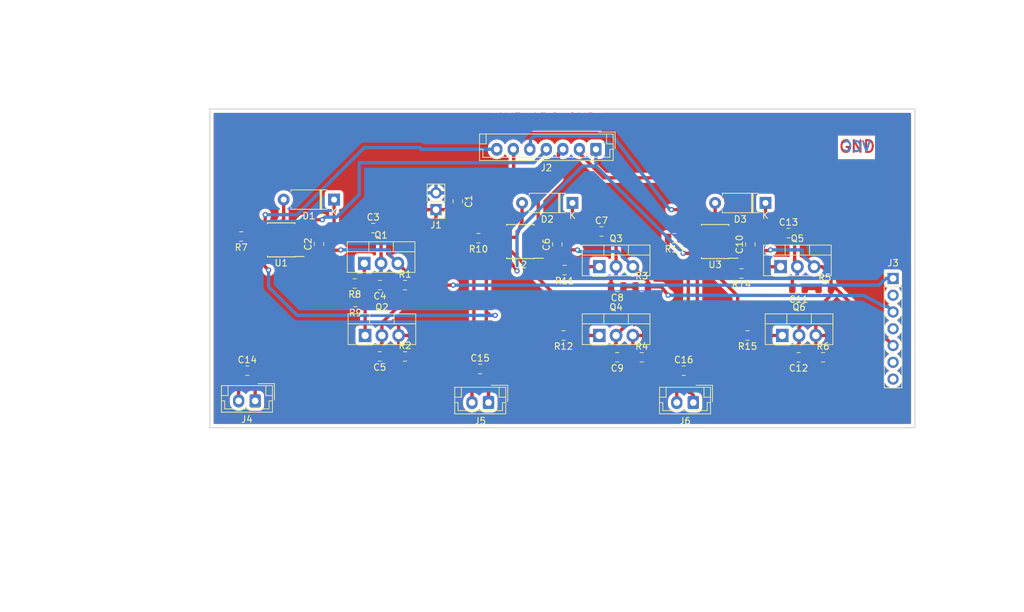
<source format=kicad_pcb>
(kicad_pcb (version 20171130) (host pcbnew "(5.0.1)-4")
  (layers (0 F.Cu signal) (31 B.Cu signal) (34 B.Paste user) (35 F.Paste user) (36 B.SilkS user) (37 F.SilkS user) (38 B.Mask user) (39 F.Mask user) (44 Edge.Cuts user))
  (net 0 "")
  (net 1 Vcc)
  (net 2 GND)
  (net 3 "Net-(C2-Pad2)")
  (net 4 "Net-(C2-Pad1)")
  (net 5 "Net-(C4-Pad1)")
  (net 6 "Net-(C5-Pad1)")
  (net 7 "Net-(C6-Pad1)")
  (net 8 "Net-(C6-Pad2)")
  (net 9 "Net-(C8-Pad1)")
  (net 10 "Net-(C9-Pad1)")
  (net 11 "Net-(C10-Pad1)")
  (net 12 "Net-(C10-Pad2)")
  (net 13 "Net-(C11-Pad1)")
  (net 14 "Net-(C12-Pad1)")
  (net 15 CH)
  (net 16 BH)
  (net 17 AH)
  (net 18 CL)
  (net 19 BL)
  (net 20 AL)
  (net 21 "Net-(Q1-Pad1)")
  (net 22 "Net-(Q2-Pad1)")
  (net 23 "Net-(Q3-Pad1)")
  (net 24 "Net-(Q4-Pad1)")
  (net 25 "Net-(Q5-Pad1)")
  (net 26 "Net-(Q6-Pad1)")
  (net 27 "Net-(D1-Pad2)")
  (net 28 "Net-(D2-Pad2)")
  (net 29 "Net-(D3-Pad2)")
  (net 30 VSS1)
  (net 31 VDD1)
  (net 32 VDD2)
  (net 33 VDD3)
  (net 34 "Net-(R8-Pad2)")
  (net 35 "Net-(R9-Pad2)")
  (net 36 "Net-(R11-Pad2)")
  (net 37 "Net-(R12-Pad2)")
  (net 38 "Net-(R14-Pad2)")
  (net 39 "Net-(R15-Pad2)")
  (module Capacitor_SMD:C_0805_2012Metric (layer F.Cu) (at 131.502759 63.499789 270)
    (fp_text reference C1 (at 0 -1.65 270) (layer F.SilkS))
    (fp_text value C)
    (pad 2 smd roundrect (at 0.9375 0 270) (size 0.975 1.4) (layers F.Cu F.Paste F.Mask) (net 2 GND))
    (pad 1 smd roundrect (at -0.9375 0 270) (size 0.975 1.4) (layers F.Cu F.Paste F.Mask) (net 1 Vcc))
  )
  (module Capacitor_SMD:C_0805_2012Metric (layer F.Cu) (at 110.496314 69.981931 90)
    (fp_text reference C2 (at 0 -1.65 90) (layer F.SilkS))
    (fp_text value C)
    (pad 2 smd roundrect (at 0.9375 0 90) (size 0.975 1.4) (layers F.Cu F.Paste F.Mask) (net 3 "Net-(C2-Pad2)"))
    (pad 1 smd roundrect (at -0.9375 0 90) (size 0.975 1.4) (layers F.Cu F.Paste F.Mask) (net 4 "Net-(C2-Pad1)"))
  )
  (module Capacitor_SMD:C_0805_2012Metric (layer F.Cu) (at 118.6965 67.564)
    (fp_text reference C3 (at 0 -1.65) (layer F.SilkS))
    (fp_text value C)
    (pad 2 smd roundrect (at 0.9375 0) (size 0.975 1.4) (layers F.Cu F.Paste F.Mask) (net 1 Vcc))
    (pad 1 smd roundrect (at -0.9375 0) (size 0.975 1.4) (layers F.Cu F.Paste F.Mask) (net 2 GND))
  )
  (module Capacitor_SMD:C_0805_2012Metric (layer F.Cu) (at 119.7125 76.2 180)
    (fp_text reference C4 (at 0 -1.65 180) (layer F.SilkS))
    (fp_text value C)
    (pad 2 smd roundrect (at 0.9375 0 180) (size 0.975 1.4) (layers F.Cu F.Paste F.Mask) (net 1 Vcc))
    (pad 1 smd roundrect (at -0.9375 0 180) (size 0.975 1.4) (layers F.Cu F.Paste F.Mask) (net 5 "Net-(C4-Pad1)"))
  )
  (module Capacitor_SMD:C_0805_2012Metric (layer F.Cu) (at 119.6825 86.995 180)
    (fp_text reference C5 (at 0 -1.65 180) (layer F.SilkS))
    (fp_text value C)
    (pad 2 smd roundrect (at 0.9375 0 180) (size 0.975 1.4) (layers F.Cu F.Paste F.Mask) (net 4 "Net-(C2-Pad1)"))
    (pad 1 smd roundrect (at -0.9375 0 180) (size 0.975 1.4) (layers F.Cu F.Paste F.Mask) (net 6 "Net-(C5-Pad1)"))
  )
  (module Capacitor_SMD:C_0805_2012Metric (layer F.Cu) (at 146.558 70.0255 90)
    (fp_text reference C6 (at 0 -1.65 90) (layer F.SilkS))
    (fp_text value C)
    (pad 1 smd roundrect (at -0.9375 0 90) (size 0.975 1.4) (layers F.Cu F.Paste F.Mask) (net 7 "Net-(C6-Pad1)"))
    (pad 2 smd roundrect (at 0.9375 0 90) (size 0.975 1.4) (layers F.Cu F.Paste F.Mask) (net 8 "Net-(C6-Pad2)"))
  )
  (module Capacitor_SMD:C_0805_2012Metric (layer F.Cu) (at 153.2405 68.072)
    (fp_text reference C7 (at 0 -1.65) (layer F.SilkS))
    (fp_text value C)
    (pad 2 smd roundrect (at 0.9375 0) (size 0.975 1.4) (layers F.Cu F.Paste F.Mask) (net 1 Vcc))
    (pad 1 smd roundrect (at -0.9375 0) (size 0.975 1.4) (layers F.Cu F.Paste F.Mask) (net 2 GND))
  )
  (module Capacitor_SMD:C_0805_2012Metric (layer F.Cu) (at 155.6235 76.454 180)
    (fp_text reference C8 (at 0 -1.65 180) (layer F.SilkS))
    (fp_text value C)
    (pad 1 smd roundrect (at -0.9375 0 180) (size 0.975 1.4) (layers F.Cu F.Paste F.Mask) (net 9 "Net-(C8-Pad1)"))
    (pad 2 smd roundrect (at 0.9375 0 180) (size 0.975 1.4) (layers F.Cu F.Paste F.Mask) (net 1 Vcc))
  )
  (module Capacitor_SMD:C_0805_2012Metric (layer F.Cu) (at 155.6235 87.122 180)
    (fp_text reference C9 (at 0 -1.65 180) (layer F.SilkS))
    (fp_text value C)
    (pad 1 smd roundrect (at -0.9375 0 180) (size 0.975 1.4) (layers F.Cu F.Paste F.Mask) (net 10 "Net-(C9-Pad1)"))
    (pad 2 smd roundrect (at 0.9375 0 180) (size 0.975 1.4) (layers F.Cu F.Paste F.Mask) (net 7 "Net-(C6-Pad1)"))
  )
  (module Capacitor_SMD:C_0805_2012Metric (layer F.Cu) (at 175.768 70.0255 90)
    (fp_text reference C10 (at 0 -1.65 90) (layer F.SilkS))
    (fp_text value C)
    (pad 1 smd roundrect (at -0.9375 0 90) (size 0.975 1.4) (layers F.Cu F.Paste F.Mask) (net 11 "Net-(C10-Pad1)"))
    (pad 2 smd roundrect (at 0.9375 0 90) (size 0.975 1.4) (layers F.Cu F.Paste F.Mask) (net 12 "Net-(C10-Pad2)"))
  )
  (module Capacitor_SMD:C_0805_2012Metric (layer F.Cu) (at 183.0555 76.708 180)
    (fp_text reference C11 (at 0 -1.65 180) (layer F.SilkS))
    (fp_text value C)
    (pad 1 smd roundrect (at -0.9375 0 180) (size 0.975 1.4) (layers F.Cu F.Paste F.Mask) (net 13 "Net-(C11-Pad1)"))
    (pad 2 smd roundrect (at 0.9375 0 180) (size 0.975 1.4) (layers F.Cu F.Paste F.Mask) (net 1 Vcc))
  )
  (module Capacitor_SMD:C_0805_2012Metric (layer F.Cu) (at 183.0555 87.122 180)
    (fp_text reference C12 (at 0 -1.65 180) (layer F.SilkS))
    (fp_text value C)
    (pad 1 smd roundrect (at -0.9375 0 180) (size 0.975 1.4) (layers F.Cu F.Paste F.Mask) (net 14 "Net-(C12-Pad1)"))
    (pad 2 smd roundrect (at 0.9375 0 180) (size 0.975 1.4) (layers F.Cu F.Paste F.Mask) (net 11 "Net-(C10-Pad1)"))
  )
  (module Capacitor_SMD:C_0805_2012Metric (layer F.Cu) (at 181.5315 68.326)
    (fp_text reference C13 (at 0 -1.65) (layer F.SilkS))
    (fp_text value C)
    (pad 1 smd roundrect (at -0.9375 0) (size 0.975 1.4) (layers F.Cu F.Paste F.Mask) (net 2 GND))
    (pad 2 smd roundrect (at 0.9375 0) (size 0.975 1.4) (layers F.Cu F.Paste F.Mask) (net 1 Vcc))
  )
  (module Diode_THT:D_A-405_P7.62mm_Horizontal (layer F.Cu) (at 112.776 63.246 180)
    (fp_text reference D1 (at 3.81 -2.47 180) (layer F.SilkS))
    (fp_text value D_Schottky)
    (fp_text user K (at 0 -1.9 180) (layer F.SilkS))
    (pad 1 thru_hole rect (at 0 0 180) (size 1.8 1.8) (drill 0.9) (layers *.Cu *.Mask) (net 3 "Net-(C2-Pad2)"))
    (pad 2 thru_hole oval (at 7.62 0 180) (size 1.8 1.8) (drill 0.9) (layers *.Cu *.Mask) (net 27 "Net-(D1-Pad2)"))
  )
  (module Diode_THT:D_A-405_P7.62mm_Horizontal (layer F.Cu) (at 148.844 63.754 180)
    (fp_text reference D2 (at 3.81 -2.47 180) (layer F.SilkS))
    (fp_text value D_Schottky)
    (fp_text user K (at 0 -1.9 180) (layer F.SilkS))
    (pad 1 thru_hole rect (at 0 0 180) (size 1.8 1.8) (drill 0.9) (layers *.Cu *.Mask) (net 8 "Net-(C6-Pad2)"))
    (pad 2 thru_hole oval (at 7.62 0 180) (size 1.8 1.8) (drill 0.9) (layers *.Cu *.Mask) (net 28 "Net-(D2-Pad2)"))
  )
  (module Diode_THT:D_A-405_P7.62mm_Horizontal (layer F.Cu) (at 178.054 63.754 180)
    (fp_text reference D3 (at 3.81 -2.47 180) (layer F.SilkS))
    (fp_text value D_Schottky)
    (fp_text user K (at 0 -1.9 180) (layer F.SilkS))
    (pad 2 thru_hole oval (at 7.62 0 180) (size 1.8 1.8) (drill 0.9) (layers *.Cu *.Mask) (net 29 "Net-(D3-Pad2)"))
    (pad 1 thru_hole rect (at 0 0 180) (size 1.8 1.8) (drill 0.9) (layers *.Cu *.Mask) (net 12 "Net-(C10-Pad2)"))
  )
  (module Connector_PinHeader_2.54mm:PinHeader_1x02_P2.54mm_Vertical (layer F.Cu) (at 128.200759 64.769789 180)
    (fp_text reference J1 (at 0 -2.33 180) (layer F.SilkS))
    (fp_text value Conn_01x02)
    (pad 1 thru_hole rect (at 0 0 180) (size 1.7 1.7) (drill 1) (layers *.Cu *.Mask) (net 2 GND))
    (pad 2 thru_hole oval (at 0 2.54 180) (size 1.7 1.7) (drill 1) (layers *.Cu *.Mask) (net 1 Vcc))
  )
  (module Package_TO_SOT_THT:TO-220-3_Vertical (layer F.Cu) (at 117.348 72.898)
    (fp_text reference Q1 (at 2.54 -4.27) (layer F.SilkS))
    (fp_text value IRF3205)
    (pad 1 thru_hole rect (at 0 0) (size 1.905 2) (drill 1.1) (layers *.Cu *.Mask) (net 21 "Net-(Q1-Pad1)"))
    (pad 2 thru_hole oval (at 2.54 0) (size 1.905 2) (drill 1.1) (layers *.Cu *.Mask) (net 1 Vcc))
    (pad 3 thru_hole oval (at 5.08 0) (size 1.905 2) (drill 1.1) (layers *.Cu *.Mask) (net 4 "Net-(C2-Pad1)"))
  )
  (module Package_TO_SOT_THT:TO-220-3_Vertical (layer F.Cu) (at 117.475 83.82)
    (fp_text reference Q2 (at 2.54 -4.27) (layer F.SilkS))
    (fp_text value IRF3205)
    (pad 1 thru_hole rect (at 0 0) (size 1.905 2) (drill 1.1) (layers *.Cu *.Mask) (net 22 "Net-(Q2-Pad1)"))
    (pad 2 thru_hole oval (at 2.54 0) (size 1.905 2) (drill 1.1) (layers *.Cu *.Mask) (net 4 "Net-(C2-Pad1)"))
    (pad 3 thru_hole oval (at 5.08 0) (size 1.905 2) (drill 1.1) (layers *.Cu *.Mask) (net 2 GND))
  )
  (module Package_TO_SOT_THT:TO-220-3_Vertical (layer F.Cu) (at 152.908 73.406)
    (fp_text reference Q3 (at 2.54 -4.27) (layer F.SilkS))
    (fp_text value IRF3205)
    (pad 3 thru_hole oval (at 5.08 0) (size 1.905 2) (drill 1.1) (layers *.Cu *.Mask) (net 7 "Net-(C6-Pad1)"))
    (pad 2 thru_hole oval (at 2.54 0) (size 1.905 2) (drill 1.1) (layers *.Cu *.Mask) (net 1 Vcc))
    (pad 1 thru_hole rect (at 0 0) (size 1.905 2) (drill 1.1) (layers *.Cu *.Mask) (net 23 "Net-(Q3-Pad1)"))
  )
  (module Package_TO_SOT_THT:TO-220-3_Vertical (layer F.Cu) (at 152.908 83.82)
    (fp_text reference Q4 (at 2.54 -4.27) (layer F.SilkS))
    (fp_text value IRF3205)
    (pad 1 thru_hole rect (at 0 0) (size 1.905 2) (drill 1.1) (layers *.Cu *.Mask) (net 24 "Net-(Q4-Pad1)"))
    (pad 2 thru_hole oval (at 2.54 0) (size 1.905 2) (drill 1.1) (layers *.Cu *.Mask) (net 7 "Net-(C6-Pad1)"))
    (pad 3 thru_hole oval (at 5.08 0) (size 1.905 2) (drill 1.1) (layers *.Cu *.Mask) (net 2 GND))
  )
  (module Package_TO_SOT_THT:TO-220-3_Vertical (layer F.Cu) (at 180.34 73.406)
    (fp_text reference Q5 (at 2.54 -4.27) (layer F.SilkS))
    (fp_text value IRF3205)
    (pad 3 thru_hole oval (at 5.08 0) (size 1.905 2) (drill 1.1) (layers *.Cu *.Mask) (net 11 "Net-(C10-Pad1)"))
    (pad 2 thru_hole oval (at 2.54 0) (size 1.905 2) (drill 1.1) (layers *.Cu *.Mask) (net 1 Vcc))
    (pad 1 thru_hole rect (at 0 0) (size 1.905 2) (drill 1.1) (layers *.Cu *.Mask) (net 25 "Net-(Q5-Pad1)"))
  )
  (module Package_TO_SOT_THT:TO-220-3_Vertical (layer F.Cu) (at 180.594 83.82)
    (fp_text reference Q6 (at 2.54 -4.27) (layer F.SilkS))
    (fp_text value IRF3205)
    (pad 3 thru_hole oval (at 5.08 0) (size 1.905 2) (drill 1.1) (layers *.Cu *.Mask) (net 2 GND))
    (pad 2 thru_hole oval (at 2.54 0) (size 1.905 2) (drill 1.1) (layers *.Cu *.Mask) (net 11 "Net-(C10-Pad1)"))
    (pad 1 thru_hole rect (at 0 0) (size 1.905 2) (drill 1.1) (layers *.Cu *.Mask) (net 26 "Net-(Q6-Pad1)"))
  )
  (module Resistor_SMD:R_0805_2012Metric (layer F.Cu) (at 123.5225 76.2)
    (fp_text reference R1 (at 0 -1.65) (layer F.SilkS))
    (fp_text value R)
    (pad 2 smd roundrect (at 0.9375 0) (size 0.975 1.4) (layers F.Cu F.Paste F.Mask) (net 4 "Net-(C2-Pad1)"))
    (pad 1 smd roundrect (at -0.9375 0) (size 0.975 1.4) (layers F.Cu F.Paste F.Mask) (net 5 "Net-(C4-Pad1)"))
  )
  (module Resistor_SMD:R_0805_2012Metric (layer F.Cu) (at 123.5225 86.995)
    (fp_text reference R2 (at 0 -1.65) (layer F.SilkS))
    (fp_text value R)
    (pad 1 smd roundrect (at -0.9375 0) (size 0.975 1.4) (layers F.Cu F.Paste F.Mask) (net 6 "Net-(C5-Pad1)"))
    (pad 2 smd roundrect (at 0.9375 0) (size 0.975 1.4) (layers F.Cu F.Paste F.Mask) (net 2 GND))
  )
  (module Resistor_SMD:R_0805_2012Metric (layer F.Cu) (at 159.3365 76.454)
    (fp_text reference R3 (at 0 -1.65) (layer F.SilkS))
    (fp_text value R)
    (pad 2 smd roundrect (at 0.9375 0) (size 0.975 1.4) (layers F.Cu F.Paste F.Mask) (net 7 "Net-(C6-Pad1)"))
    (pad 1 smd roundrect (at -0.9375 0) (size 0.975 1.4) (layers F.Cu F.Paste F.Mask) (net 9 "Net-(C8-Pad1)"))
  )
  (module Resistor_SMD:R_0805_2012Metric (layer F.Cu) (at 159.3365 87.122)
    (fp_text reference R4 (at 0 -1.65) (layer F.SilkS))
    (fp_text value R)
    (pad 2 smd roundrect (at 0.9375 0) (size 0.975 1.4) (layers F.Cu F.Paste F.Mask) (net 2 GND))
    (pad 1 smd roundrect (at -0.9375 0) (size 0.975 1.4) (layers F.Cu F.Paste F.Mask) (net 10 "Net-(C9-Pad1)"))
  )
  (module Resistor_SMD:R_0805_2012Metric (layer F.Cu) (at 187.0225 76.708)
    (fp_text reference R5 (at 0 -1.65) (layer F.SilkS))
    (fp_text value R)
    (pad 1 smd roundrect (at -0.9375 0) (size 0.975 1.4) (layers F.Cu F.Paste F.Mask) (net 13 "Net-(C11-Pad1)"))
    (pad 2 smd roundrect (at 0.9375 0) (size 0.975 1.4) (layers F.Cu F.Paste F.Mask) (net 11 "Net-(C10-Pad1)"))
  )
  (module Resistor_SMD:R_0805_2012Metric (layer F.Cu) (at 186.7685 87.122)
    (fp_text reference R6 (at 0 -1.65) (layer F.SilkS))
    (fp_text value R)
    (pad 1 smd roundrect (at -0.9375 0) (size 0.975 1.4) (layers F.Cu F.Paste F.Mask) (net 14 "Net-(C12-Pad1)"))
    (pad 2 smd roundrect (at 0.9375 0) (size 0.975 1.4) (layers F.Cu F.Paste F.Mask) (net 2 GND))
  )
  (module Package_SO:SOIC-8_3.9x4.9mm_P1.27mm (layer F.Cu) (at 104.781314 69.346931 180)
    (fp_text reference U1 (at 0 -3.5 180) (layer F.SilkS))
    (fp_text value LM27222)
    (pad 1 smd rect (at -2.7 -1.905 180) (size 1.55 0.6) (layers F.Cu F.Paste F.Mask) (net 4 "Net-(C2-Pad1)"))
    (pad 2 smd rect (at -2.7 -0.635 180) (size 1.55 0.6) (layers F.Cu F.Paste F.Mask) (net 34 "Net-(R8-Pad2)"))
    (pad 3 smd rect (at -2.7 0.635 180) (size 1.55 0.6) (layers F.Cu F.Paste F.Mask) (net 3 "Net-(C2-Pad2)"))
    (pad 4 smd rect (at -2.7 1.905 180) (size 1.55 0.6) (layers F.Cu F.Paste F.Mask) (net 17 AH))
    (pad 5 smd rect (at 2.7 1.905 180) (size 1.55 0.6) (layers F.Cu F.Paste F.Mask) (net 20 AL))
    (pad 6 smd rect (at 2.7 0.635 180) (size 1.55 0.6) (layers F.Cu F.Paste F.Mask) (net 27 "Net-(D1-Pad2)"))
    (pad 7 smd rect (at 2.7 -0.635 180) (size 1.55 0.6) (layers F.Cu F.Paste F.Mask) (net 35 "Net-(R9-Pad2)"))
    (pad 8 smd rect (at 2.7 -1.905 180) (size 1.55 0.6) (layers F.Cu F.Paste F.Mask) (net 30 VSS1))
  )
  (module Package_SO:SOIC-8_3.9x4.9mm_P1.27mm (layer F.Cu) (at 140.97 69.596 180)
    (fp_text reference U2 (at 0 -3.5 180) (layer F.SilkS))
    (fp_text value LM27222)
    (pad 8 smd rect (at 2.7 -1.905 180) (size 1.55 0.6) (layers F.Cu F.Paste F.Mask) (net 30 VSS1))
    (pad 7 smd rect (at 2.7 -0.635 180) (size 1.55 0.6) (layers F.Cu F.Paste F.Mask) (net 37 "Net-(R12-Pad2)"))
    (pad 6 smd rect (at 2.7 0.635 180) (size 1.55 0.6) (layers F.Cu F.Paste F.Mask) (net 28 "Net-(D2-Pad2)"))
    (pad 5 smd rect (at 2.7 1.905 180) (size 1.55 0.6) (layers F.Cu F.Paste F.Mask) (net 19 BL))
    (pad 4 smd rect (at -2.7 1.905 180) (size 1.55 0.6) (layers F.Cu F.Paste F.Mask) (net 16 BH))
    (pad 3 smd rect (at -2.7 0.635 180) (size 1.55 0.6) (layers F.Cu F.Paste F.Mask) (net 8 "Net-(C6-Pad2)"))
    (pad 2 smd rect (at -2.7 -0.635 180) (size 1.55 0.6) (layers F.Cu F.Paste F.Mask) (net 36 "Net-(R11-Pad2)"))
    (pad 1 smd rect (at -2.7 -1.905 180) (size 1.55 0.6) (layers F.Cu F.Paste F.Mask) (net 7 "Net-(C6-Pad1)"))
  )
  (module Package_SO:SOIC-8_3.9x4.9mm_P1.27mm (layer F.Cu) (at 170.434 69.596 180)
    (fp_text reference U3 (at 0 -3.5 180) (layer F.SilkS))
    (fp_text value LM27222)
    (pad 1 smd rect (at -2.7 -1.905 180) (size 1.55 0.6) (layers F.Cu F.Paste F.Mask) (net 11 "Net-(C10-Pad1)"))
    (pad 2 smd rect (at -2.7 -0.635 180) (size 1.55 0.6) (layers F.Cu F.Paste F.Mask) (net 38 "Net-(R14-Pad2)"))
    (pad 3 smd rect (at -2.7 0.635 180) (size 1.55 0.6) (layers F.Cu F.Paste F.Mask) (net 12 "Net-(C10-Pad2)"))
    (pad 4 smd rect (at -2.7 1.905 180) (size 1.55 0.6) (layers F.Cu F.Paste F.Mask) (net 15 CH))
    (pad 5 smd rect (at 2.7 1.905 180) (size 1.55 0.6) (layers F.Cu F.Paste F.Mask) (net 18 CL))
    (pad 6 smd rect (at 2.7 0.635 180) (size 1.55 0.6) (layers F.Cu F.Paste F.Mask) (net 29 "Net-(D3-Pad2)"))
    (pad 7 smd rect (at 2.7 -0.635 180) (size 1.55 0.6) (layers F.Cu F.Paste F.Mask) (net 39 "Net-(R15-Pad2)"))
    (pad 8 smd rect (at 2.7 -1.905 180) (size 1.55 0.6) (layers F.Cu F.Paste F.Mask) (net 30 VSS1))
  )
  (module Connector_JST:JST_EH_B02B-EH-A_1x02_P2.50mm_Vertical (layer F.Cu) (at 100.838 93.726 180)
    (fp_text reference J4 (at 1.25 -2.8 180) (layer F.SilkS))
    (fp_text value Conn_01x02)
    (pad 1 thru_hole roundrect (at 0 0 180) (size 1.7 2) (drill 1) (layers *.Cu *.Mask) (roundrect_rratio 0.147059) (net 30 VSS1))
    (pad 2 thru_hole oval (at 2.5 0 180) (size 1.7 2) (drill 1) (layers *.Cu *.Mask) (net 31 VDD1))
  )
  (module Connector_JST:JST_EH_B02B-EH-A_1x02_P2.50mm_Vertical (layer F.Cu) (at 136.144 93.98 180)
    (fp_text reference J5 (at 1.25 -2.8 180) (layer F.SilkS))
    (fp_text value Conn_01x02)
    (pad 2 thru_hole oval (at 2.5 0 180) (size 1.7 2) (drill 1) (layers *.Cu *.Mask) (net 32 VDD2))
    (pad 1 thru_hole roundrect (at 0 0 180) (size 1.7 2) (drill 1) (layers *.Cu *.Mask) (roundrect_rratio 0.147059) (net 30 VSS1))
  )
  (module Connector_JST:JST_EH_B02B-EH-A_1x02_P2.50mm_Vertical (layer F.Cu) (at 167.132 93.98 180)
    (fp_text reference J6 (at 1.25 -2.8 180) (layer F.SilkS))
    (fp_text value Conn_01x02)
    (pad 1 thru_hole roundrect (at 0 0 180) (size 1.7 2) (drill 1) (layers *.Cu *.Mask) (roundrect_rratio 0.147059) (net 30 VSS1))
    (pad 2 thru_hole oval (at 2.5 0 180) (size 1.7 2) (drill 1) (layers *.Cu *.Mask) (net 33 VDD3))
  )
  (module Resistor_SMD:R_0805_2012Metric (layer F.Cu) (at 98.7275 68.834 180)
    (fp_text reference R7 (at 0 -1.65 180) (layer F.SilkS))
    (fp_text value R)
    (pad 1 smd roundrect (at -0.9375 0 180) (size 0.975 1.4) (layers F.Cu F.Paste F.Mask) (net 27 "Net-(D1-Pad2)"))
    (pad 2 smd roundrect (at 0.9375 0 180) (size 0.975 1.4) (layers F.Cu F.Paste F.Mask) (net 31 VDD1))
  )
  (module Resistor_SMD:R_0805_2012Metric (layer F.Cu) (at 115.9025 75.946 180)
    (fp_text reference R8 (at 0 -1.65 180) (layer F.SilkS))
    (fp_text value R)
    (pad 1 smd roundrect (at -0.9375 0 180) (size 0.975 1.4) (layers F.Cu F.Paste F.Mask) (net 21 "Net-(Q1-Pad1)"))
    (pad 2 smd roundrect (at 0.9375 0 180) (size 0.975 1.4) (layers F.Cu F.Paste F.Mask) (net 34 "Net-(R8-Pad2)"))
  )
  (module Resistor_SMD:R_0805_2012Metric (layer F.Cu) (at 115.9995 78.74 180)
    (fp_text reference R9 (at 0 -1.65 180) (layer F.SilkS))
    (fp_text value R)
    (pad 1 smd roundrect (at -0.9375 0 180) (size 0.975 1.4) (layers F.Cu F.Paste F.Mask) (net 22 "Net-(Q2-Pad1)"))
    (pad 2 smd roundrect (at 0.9375 0 180) (size 0.975 1.4) (layers F.Cu F.Paste F.Mask) (net 35 "Net-(R9-Pad2)"))
  )
  (module Resistor_SMD:R_0805_2012Metric (layer F.Cu) (at 134.62 69.088 180)
    (fp_text reference R10 (at 0 -1.65 180) (layer F.SilkS))
    (fp_text value R)
    (pad 2 smd roundrect (at 0.9375 0 180) (size 0.975 1.4) (layers F.Cu F.Paste F.Mask) (net 32 VDD2))
    (pad 1 smd roundrect (at -0.9375 0 180) (size 0.975 1.4) (layers F.Cu F.Paste F.Mask) (net 28 "Net-(D2-Pad2)"))
  )
  (module Resistor_SMD:R_0805_2012Metric (layer F.Cu) (at 147.6525 73.914 180)
    (fp_text reference R11 (at 0 -1.65 180) (layer F.SilkS))
    (fp_text value R)
    (pad 2 smd roundrect (at 0.9375 0 180) (size 0.975 1.4) (layers F.Cu F.Paste F.Mask) (net 36 "Net-(R11-Pad2)"))
    (pad 1 smd roundrect (at -0.9375 0 180) (size 0.975 1.4) (layers F.Cu F.Paste F.Mask) (net 23 "Net-(Q3-Pad1)"))
  )
  (module Resistor_SMD:R_0805_2012Metric (layer F.Cu) (at 147.4955 83.82 180)
    (fp_text reference R12 (at 0 -1.65 180) (layer F.SilkS))
    (fp_text value R)
    (pad 2 smd roundrect (at 0.9375 0 180) (size 0.975 1.4) (layers F.Cu F.Paste F.Mask) (net 37 "Net-(R12-Pad2)"))
    (pad 1 smd roundrect (at -0.9375 0 180) (size 0.975 1.4) (layers F.Cu F.Paste F.Mask) (net 24 "Net-(Q4-Pad1)"))
  )
  (module Resistor_SMD:R_0805_2012Metric (layer F.Cu) (at 164.2595 69.088 180)
    (fp_text reference R13 (at 0 -1.65 180) (layer F.SilkS))
    (fp_text value R)
    (pad 1 smd roundrect (at -0.9375 0 180) (size 0.975 1.4) (layers F.Cu F.Paste F.Mask) (net 29 "Net-(D3-Pad2)"))
    (pad 2 smd roundrect (at 0.9375 0 180) (size 0.975 1.4) (layers F.Cu F.Paste F.Mask) (net 33 VDD3))
  )
  (module Resistor_SMD:R_0805_2012Metric (layer F.Cu) (at 174.4195 74.422 180)
    (fp_text reference R14 (at 0 -1.65 180) (layer F.SilkS))
    (fp_text value R)
    (pad 1 smd roundrect (at -0.9375 0 180) (size 0.975 1.4) (layers F.Cu F.Paste F.Mask) (net 25 "Net-(Q5-Pad1)"))
    (pad 2 smd roundrect (at 0.9375 0 180) (size 0.975 1.4) (layers F.Cu F.Paste F.Mask) (net 38 "Net-(R14-Pad2)"))
  )
  (module Resistor_SMD:R_0805_2012Metric (layer F.Cu) (at 175.3385 83.82 180)
    (fp_text reference R15 (at 0 -1.65 180) (layer F.SilkS))
    (fp_text value R)
    (pad 2 smd roundrect (at 0.9375 0 180) (size 0.975 1.4) (layers F.Cu F.Paste F.Mask) (net 39 "Net-(R15-Pad2)"))
    (pad 1 smd roundrect (at -0.9375 0 180) (size 0.975 1.4) (layers F.Cu F.Paste F.Mask) (net 26 "Net-(Q6-Pad1)"))
  )
  (module Capacitor_SMD:C_0805_2012Metric (layer F.Cu) (at 99.6465 89.154)
    (fp_text reference C14 (at 0 -1.65) (layer F.SilkS))
    (fp_text value C)
    (pad 2 smd roundrect (at 0.9375 0) (size 0.975 1.4) (layers F.Cu F.Paste F.Mask) (net 30 VSS1))
    (pad 1 smd roundrect (at -0.9375 0) (size 0.975 1.4) (layers F.Cu F.Paste F.Mask) (net 31 VDD1))
  )
  (module Capacitor_SMD:C_0805_2012Metric (layer F.Cu) (at 134.874 88.9)
    (fp_text reference C15 (at 0 -1.65) (layer F.SilkS))
    (fp_text value C)
    (pad 1 smd roundrect (at -0.9375 0) (size 0.975 1.4) (layers F.Cu F.Paste F.Mask) (net 32 VDD2))
    (pad 2 smd roundrect (at 0.9375 0) (size 0.975 1.4) (layers F.Cu F.Paste F.Mask) (net 30 VSS1))
  )
  (module Capacitor_SMD:C_0805_2012Metric (layer F.Cu) (at 165.6865 89.154)
    (fp_text reference C16 (at 0 -1.65) (layer F.SilkS))
    (fp_text value C)
    (pad 1 smd roundrect (at -0.9375 0) (size 0.975 1.4) (layers F.Cu F.Paste F.Mask) (net 33 VDD3))
    (pad 2 smd roundrect (at 0.9375 0) (size 0.975 1.4) (layers F.Cu F.Paste F.Mask) (net 30 VSS1))
  )
  (module Connector_PinHeader_2.54mm:PinHeader_1x07_P2.54mm_Vertical (layer F.Cu) (at 197.358 75.184)
    (fp_text reference J3 (at 0 -2.33) (layer F.SilkS))
    (fp_text value Conn_01x07)
    (pad 1 thru_hole rect (at 0 0) (size 1.7 1.7) (drill 1) (layers *.Cu *.Mask) (net 4 "Net-(C2-Pad1)"))
    (pad 2 thru_hole oval (at 0 2.54) (size 1.7 1.7) (drill 1) (layers *.Cu *.Mask))
    (pad 3 thru_hole oval (at 0 5.08) (size 1.7 1.7) (drill 1) (layers *.Cu *.Mask) (net 7 "Net-(C6-Pad1)"))
    (pad 4 thru_hole oval (at 0 7.62) (size 1.7 1.7) (drill 1) (layers *.Cu *.Mask))
    (pad 5 thru_hole oval (at 0 10.16) (size 1.7 1.7) (drill 1) (layers *.Cu *.Mask) (net 11 "Net-(C10-Pad1)"))
    (pad 6 thru_hole oval (at 0 12.7) (size 1.7 1.7) (drill 1) (layers *.Cu *.Mask))
    (pad 7 thru_hole oval (at 0 15.24) (size 1.7 1.7) (drill 1) (layers *.Cu *.Mask))
  )
  (module Connector_JST:JST_EH_B07B-EH-A_1x07_P2.50mm_Vertical (layer F.Cu) (at 152.4 55.626 180)
    (fp_text reference J2 (at 7.5 -2.8 180) (layer F.SilkS))
    (fp_text value Conn_01x07)
    (pad 1 thru_hole roundrect (at 0 0 180) (size 1.7 1.95) (drill 0.95) (layers *.Cu *.Mask) (roundrect_rratio 0.147059) (net 30 VSS1))
    (pad 2 thru_hole oval (at 2.5 0 180) (size 1.7 1.95) (drill 0.95) (layers *.Cu *.Mask) (net 15 CH))
    (pad 3 thru_hole oval (at 5 0 180) (size 1.7 1.95) (drill 0.95) (layers *.Cu *.Mask) (net 16 BH))
    (pad 4 thru_hole oval (at 7.5 0 180) (size 1.7 1.95) (drill 0.95) (layers *.Cu *.Mask) (net 17 AH))
    (pad 5 thru_hole oval (at 10 0 180) (size 1.7 1.95) (drill 0.95) (layers *.Cu *.Mask) (net 18 CL))
    (pad 6 thru_hole oval (at 12.5 0 180) (size 1.7 1.95) (drill 0.95) (layers *.Cu *.Mask) (net 19 BL))
    (pad 7 thru_hole oval (at 15 0 180) (size 1.7 1.95) (drill 0.95) (layers *.Cu *.Mask) (net 20 AL))
  )
  (gr_text "REV 0" (at 103.378 55.2196) (layer F.Cu) (effects (font (size 2.032 2.032) (thickness 0.3))))
  (gr_text VCC (at 191.8208 55.2196) (layer B.Cu) (effects (font (size 1.5 1.5) (thickness 0.3)) (justify mirror)))
  (gr_text GND (at 191.9224 55.2196) (layer F.Cu) (effects (font (size 1.778 1.778) (thickness 0.3))))
  (gr_text PWR (at 124.6632 63.2968 90) (layer F.Cu) (effects (font (size 1.5 1.5) (thickness 0.3))))
  (gr_text GD3 (at 173.4312 93.6244) (layer F.Cu) (effects (font (size 1.5 1.5) (thickness 0.3))))
  (gr_text GD2 (at 142.9004 93.472) (layer F.Cu) (effects (font (size 1.5 1.5) (thickness 0.3))))
  (gr_text GD1 (at 108.1024 93.1672) (layer F.Cu) (effects (font (size 1.5 1.5) (thickness 0.3))))
  (gr_text BLDC (at 197.0024 70.8152) (layer F.Cu) (effects (font (size 1.5 1.5) (thickness 0.3))))
  (gr_text "AVR ABC GND" (at 144.9324 51.054) (layer F.Cu) (effects (font (size 1.5 1.5) (thickness 0.3))))
  (gr_line (start 93.98 52.07) (end 93.98 49.53) (layer Edge.Cuts) (width 0.15))
  (gr_line (start 200.66 52.07) (end 200.66 49.53) (layer Edge.Cuts) (width 0.15))
  (gr_line (start 200.66 97.79) (end 93.98 97.79) (layer Edge.Cuts) (width 0.15))
  (gr_line (start 200.66 52.07) (end 200.66 97.79) (layer Edge.Cuts) (width 0.15))
  (gr_line (start 93.98 49.53) (end 200.66 49.53) (layer Edge.Cuts) (width 0.15))
  (gr_line (start 93.98 97.79) (end 93.98 52.07) (layer Edge.Cuts) (width 0.15))
  (segment (start 118.775 75.261) (end 118.775 76.2) (width 0.508) (layer F.Cu) (net 1))
  (segment (start 119.888 72.898) (end 119.888 74.148) (width 0.508) (layer F.Cu) (net 1))
  (segment (start 119.888 74.148) (end 118.775 75.261) (width 0.508) (layer F.Cu) (net 1))
  (segment (start 154.686 75.418) (end 154.686 76.454) (width 0.508) (layer F.Cu) (net 1))
  (segment (start 155.448 73.406) (end 155.448 74.656) (width 0.508) (layer F.Cu) (net 1))
  (segment (start 155.448 74.656) (end 154.686 75.418) (width 0.508) (layer F.Cu) (net 1))
  (segment (start 182.88 74.656) (end 182.118 75.418) (width 0.508) (layer F.Cu) (net 1))
  (segment (start 182.88 73.406) (end 182.88 74.656) (width 0.508) (layer F.Cu) (net 1))
  (segment (start 182.118 75.418) (end 182.118 76.708) (width 0.508) (layer F.Cu) (net 1))
  (segment (start 131.170259 62.229789) (end 131.502759 62.562289) (width 0.508) (layer F.Cu) (net 1))
  (segment (start 128.200759 62.229789) (end 131.170259 62.229789) (width 0.508) (layer F.Cu) (net 1))
  (segment (start 119.888 67.818) (end 119.634 67.564) (width 0.508) (layer F.Cu) (net 1))
  (segment (start 119.888 72.898) (end 119.888 67.818) (width 0.508) (layer F.Cu) (net 1))
  (segment (start 155.448 69.342) (end 154.178 68.072) (width 0.508) (layer F.Cu) (net 1))
  (segment (start 155.448 73.406) (end 155.448 69.342) (width 0.508) (layer F.Cu) (net 1))
  (segment (start 182.469 72.995) (end 182.88 73.406) (width 0.508) (layer F.Cu) (net 1))
  (segment (start 182.469 68.326) (end 182.469 72.995) (width 0.508) (layer F.Cu) (net 1))
  (segment (start 120.0635 67.1345) (end 119.634 67.564) (width 0.508) (layer F.Cu) (net 1))
  (segment (start 110.163814 68.711931) (end 110.496314 69.044431) (width 0.508) (layer F.Cu) (net 3))
  (segment (start 107.481314 68.711931) (end 110.163814 68.711931) (width 0.508) (layer F.Cu) (net 3))
  (segment (start 112.776 66.764745) (end 110.496314 69.044431) (width 0.508) (layer F.Cu) (net 3))
  (segment (start 112.776 63.246) (end 112.776 66.764745) (width 0.508) (layer F.Cu) (net 3))
  (segment (start 110.163814 71.251931) (end 110.496314 70.919431) (width 0.508) (layer F.Cu) (net 4))
  (segment (start 107.481314 71.251931) (end 110.163814 71.251931) (width 0.508) (layer F.Cu) (net 4))
  (segment (start 124.46 74.93) (end 124.46 76.2) (width 0.508) (layer F.Cu) (net 4))
  (segment (start 122.428 72.898) (end 124.46 74.93) (width 0.508) (layer F.Cu) (net 4))
  (segment (start 120.015 85.07) (end 119.36 85.725) (width 0.508) (layer F.Cu) (net 4))
  (segment (start 120.015 83.82) (end 120.015 85.07) (width 0.508) (layer F.Cu) (net 4))
  (segment (start 119.36 86.38) (end 118.745 86.995) (width 0.508) (layer F.Cu) (net 4))
  (segment (start 119.36 85.725) (end 119.36 86.38) (width 0.508) (layer F.Cu) (net 4))
  (segment (start 120.015 81.915) (end 120.015 83.82) (width 0.508) (layer F.Cu) (net 4))
  (segment (start 124.46 76.2) (end 124.46 77.47) (width 0.508) (layer F.Cu) (net 4))
  (segment (start 124.46 77.47) (end 120.015 81.915) (width 0.508) (layer F.Cu) (net 4))
  (via (at 130.81 76.2) (size 0.8) (drill 0.4) (layers F.Cu B.Cu) (net 4))
  (segment (start 195.242 76.2) (end 130.81 76.2) (width 0.508) (layer B.Cu) (net 4))
  (segment (start 197.358 75.184) (end 196.258 75.184) (width 0.508) (layer B.Cu) (net 4))
  (segment (start 196.258 75.184) (end 195.242 76.2) (width 0.508) (layer B.Cu) (net 4))
  (segment (start 130.81 76.2) (end 124.46 76.2) (width 0.508) (layer F.Cu) (net 4))
  (via (at 113.792 70.866) (size 0.8) (drill 0.4) (layers F.Cu B.Cu) (net 4))
  (segment (start 110.496314 70.919431) (end 113.738569 70.919431) (width 0.508) (layer F.Cu) (net 4))
  (segment (start 113.738569 70.919431) (end 113.792 70.866) (width 0.508) (layer F.Cu) (net 4))
  (segment (start 113.792 70.866) (end 121.158 70.866) (width 0.508) (layer B.Cu) (net 4))
  (segment (start 122.428 72.8505) (end 122.428 72.898) (width 0.508) (layer B.Cu) (net 4))
  (segment (start 121.158 71.5805) (end 122.428 72.8505) (width 0.508) (layer B.Cu) (net 4))
  (segment (start 121.158 70.866) (end 121.158 71.5805) (width 0.508) (layer B.Cu) (net 4))
  (segment (start 120.65 76.2) (end 122.585 76.2) (width 0.508) (layer F.Cu) (net 5))
  (segment (start 120.62 86.995) (end 122.585 86.995) (width 0.508) (layer F.Cu) (net 6))
  (segment (start 157.988 73.4535) (end 159.7185 75.184) (width 0.508) (layer F.Cu) (net 7))
  (segment (start 157.988 73.406) (end 157.988 73.4535) (width 0.508) (layer F.Cu) (net 7))
  (segment (start 160.274 75.654) (end 160.274 76.454) (width 0.508) (layer F.Cu) (net 7))
  (segment (start 159.804 75.184) (end 160.274 75.654) (width 0.508) (layer F.Cu) (net 7))
  (segment (start 159.7185 75.184) (end 159.804 75.184) (width 0.508) (layer F.Cu) (net 7))
  (segment (start 146.02 71.501) (end 146.558 70.963) (width 0.508) (layer F.Cu) (net 7))
  (segment (start 143.67 71.501) (end 146.02 71.501) (width 0.508) (layer F.Cu) (net 7))
  (segment (start 154.686 85.832) (end 154.686 87.122) (width 0.508) (layer F.Cu) (net 7))
  (segment (start 155.448 83.82) (end 155.448 85.07) (width 0.508) (layer F.Cu) (net 7))
  (segment (start 155.448 85.07) (end 154.686 85.832) (width 0.508) (layer F.Cu) (net 7))
  (segment (start 155.448 83.7725) (end 155.448 83.82) (width 0.508) (layer F.Cu) (net 7))
  (segment (start 160.274 76.454) (end 160.274 78.9465) (width 0.508) (layer F.Cu) (net 7))
  (segment (start 160.274 78.9465) (end 155.448 83.7725) (width 0.508) (layer F.Cu) (net 7))
  (segment (start 157.988 73.3585) (end 157.988 73.406) (width 0.508) (layer B.Cu) (net 7))
  (segment (start 155.7495 71.12) (end 157.988 73.3585) (width 0.508) (layer B.Cu) (net 7))
  (via (at 149.606 70.866) (size 0.8) (drill 0.4) (layers F.Cu B.Cu) (net 7))
  (segment (start 155.7495 71.12) (end 149.86 71.12) (width 0.508) (layer B.Cu) (net 7))
  (segment (start 149.86 71.12) (end 149.606 70.866) (width 0.508) (layer B.Cu) (net 7))
  (segment (start 146.655 70.866) (end 146.558 70.963) (width 0.508) (layer F.Cu) (net 7))
  (segment (start 149.606 70.866) (end 146.655 70.866) (width 0.508) (layer F.Cu) (net 7))
  (segment (start 163.322 77.724) (end 162.306 76.454) (width 0.508) (layer F.Cu) (net 7))
  (segment (start 162.306 76.454) (end 160.274 76.454) (width 0.508) (layer F.Cu) (net 7))
  (via (at 163.322 77.724) (size 0.8) (drill 0.4) (layers F.Cu B.Cu) (net 7))
  (segment (start 196.508001 79.414001) (end 197.358 80.264) (width 0.508) (layer B.Cu) (net 7))
  (segment (start 196.000001 79.414001) (end 196.508001 79.414001) (width 0.508) (layer B.Cu) (net 7))
  (segment (start 163.322 77.724) (end 192.9384 77.7748) (width 0.508) (layer B.Cu) (net 7))
  (segment (start 192.9384 77.7748) (end 196.000001 79.414001) (width 0.508) (layer B.Cu) (net 7))
  (segment (start 146.431 68.961) (end 146.558 69.088) (width 0.508) (layer F.Cu) (net 8))
  (segment (start 143.67 68.961) (end 146.431 68.961) (width 0.508) (layer F.Cu) (net 8))
  (segment (start 148.844 66.802) (end 146.558 69.088) (width 0.508) (layer F.Cu) (net 8))
  (segment (start 148.844 63.754) (end 148.844 66.802) (width 0.508) (layer F.Cu) (net 8))
  (segment (start 156.561 76.454) (end 158.399 76.454) (width 0.508) (layer F.Cu) (net 9))
  (segment (start 156.561 87.122) (end 158.399 87.122) (width 0.508) (layer F.Cu) (net 10))
  (segment (start 187.96 74.7435) (end 187.96 76.708) (width 0.508) (layer F.Cu) (net 11))
  (segment (start 185.42 73.406) (end 186.6225 73.406) (width 0.508) (layer F.Cu) (net 11))
  (segment (start 186.6225 73.406) (end 187.96 74.7435) (width 0.508) (layer F.Cu) (net 11))
  (segment (start 182.118 86.086) (end 182.118 87.122) (width 0.508) (layer F.Cu) (net 11))
  (segment (start 183.134 83.82) (end 183.134 85.07) (width 0.508) (layer F.Cu) (net 11))
  (segment (start 183.134 85.07) (end 182.118 86.086) (width 0.508) (layer F.Cu) (net 11))
  (segment (start 175.23 71.501) (end 175.768 70.963) (width 0.508) (layer F.Cu) (net 11))
  (segment (start 173.134 71.501) (end 175.23 71.501) (width 0.508) (layer F.Cu) (net 11))
  (segment (start 188.722 76.708) (end 187.96 76.708) (width 0.508) (layer F.Cu) (net 11))
  (segment (start 197.358 85.344) (end 188.722 76.708) (width 0.508) (layer F.Cu) (net 11))
  (via (at 178.816 70.866) (size 0.8) (drill 0.4) (layers F.Cu B.Cu) (net 11))
  (segment (start 175.768 70.963) (end 178.719 70.963) (width 0.508) (layer F.Cu) (net 11))
  (segment (start 178.719 70.963) (end 178.816 70.866) (width 0.508) (layer F.Cu) (net 11))
  (segment (start 178.816 70.866) (end 183.642 70.866) (width 0.508) (layer B.Cu) (net 11))
  (segment (start 185.42 73.3585) (end 185.42 73.406) (width 0.508) (layer B.Cu) (net 11))
  (segment (start 183.642 71.5805) (end 185.42 73.3585) (width 0.508) (layer B.Cu) (net 11))
  (segment (start 183.642 70.866) (end 183.642 71.5805) (width 0.508) (layer B.Cu) (net 11))
  (segment (start 187.96 76.708) (end 187.96 77.724) (width 0.508) (layer F.Cu) (net 11))
  (segment (start 183.134 82.55) (end 183.134 83.82) (width 0.508) (layer F.Cu) (net 11))
  (segment (start 187.96 77.724) (end 183.134 82.55) (width 0.508) (layer F.Cu) (net 11))
  (segment (start 175.641 68.961) (end 175.768 69.088) (width 0.508) (layer F.Cu) (net 12))
  (segment (start 173.134 68.961) (end 175.641 68.961) (width 0.508) (layer F.Cu) (net 12))
  (segment (start 178.054 66.802) (end 175.768 69.088) (width 0.508) (layer F.Cu) (net 12))
  (segment (start 178.054 63.754) (end 178.054 66.802) (width 0.508) (layer F.Cu) (net 12))
  (segment (start 183.993 76.708) (end 186.085 76.708) (width 0.508) (layer F.Cu) (net 13))
  (segment (start 183.993 87.122) (end 185.831 87.122) (width 0.508) (layer F.Cu) (net 14))
  (segment (start 150.114 56.472) (end 153.586 59.944) (width 0.508) (layer F.Cu) (net 15))
  (segment (start 153.586 59.944) (end 170.942 59.944) (width 0.508) (layer F.Cu) (net 15))
  (segment (start 173.134 62.136) (end 173.134 67.691) (width 0.508) (layer F.Cu) (net 15))
  (segment (start 170.942 59.944) (end 173.134 62.136) (width 0.508) (layer F.Cu) (net 15))
  (segment (start 146.724001 56.221999) (end 146.724001 60.031999) (width 0.508) (layer F.Cu) (net 16))
  (segment (start 147.574 55.372) (end 146.724001 56.221999) (width 0.508) (layer F.Cu) (net 16))
  (segment (start 143.67 63.086) (end 143.67 67.691) (width 0.508) (layer F.Cu) (net 16))
  (segment (start 146.724001 60.031999) (end 143.67 63.086) (width 0.508) (layer F.Cu) (net 16))
  (via (at 110.998 66.294) (size 0.8) (drill 0.4) (layers F.Cu B.Cu) (net 17))
  (segment (start 107.481314 66.891931) (end 107.481314 67.441931) (width 0.508) (layer F.Cu) (net 17))
  (segment (start 108.079245 66.294) (end 107.481314 66.891931) (width 0.508) (layer F.Cu) (net 17))
  (segment (start 110.998 66.294) (end 108.079245 66.294) (width 0.508) (layer F.Cu) (net 17))
  (segment (start 144.9 55.751) (end 144.9 55.626) (width 0.508) (layer B.Cu) (net 17))
  (segment (start 110.998 66.294) (end 111.397999 65.894001) (width 0.508) (layer B.Cu) (net 17))
  (segment (start 111.397999 65.894001) (end 113.175999 65.894001) (width 0.508) (layer B.Cu) (net 17))
  (segment (start 113.175999 65.894001) (end 116.586 62.484) (width 0.508) (layer B.Cu) (net 17))
  (segment (start 116.586 62.484) (end 116.586 57.658) (width 0.508) (layer B.Cu) (net 17))
  (segment (start 116.586 57.658) (end 142.993 57.658) (width 0.508) (layer B.Cu) (net 17))
  (segment (start 142.993 57.658) (end 144.9 55.751) (width 0.508) (layer B.Cu) (net 17))
  (via (at 163.83 64.77) (size 0.8) (drill 0.4) (layers F.Cu B.Cu) (net 18))
  (segment (start 167.734 67.141) (end 167.734 67.691) (width 0.508) (layer F.Cu) (net 18))
  (segment (start 165.363 64.77) (end 167.734 67.141) (width 0.508) (layer F.Cu) (net 18))
  (segment (start 163.83 64.77) (end 165.363 64.77) (width 0.508) (layer F.Cu) (net 18))
  (segment (start 163.576 64.77) (end 163.83 64.77) (width 0.508) (layer B.Cu) (net 18))
  (segment (start 154.94 53.594) (end 163.576 64.77) (width 0.508) (layer B.Cu) (net 18))
  (segment (start 143.069919 53.594) (end 154.94 53.594) (width 0.508) (layer B.Cu) (net 18))
  (segment (start 142.494 55.372) (end 142.494 54.169919) (width 0.508) (layer B.Cu) (net 18))
  (segment (start 142.494 54.169919) (end 143.069919 53.594) (width 0.508) (layer B.Cu) (net 18))
  (segment (start 138.176 67.597) (end 138.27 67.691) (width 0.508) (layer F.Cu) (net 19))
  (segment (start 139.954 55.372) (end 139.954 59.944) (width 0.508) (layer F.Cu) (net 19))
  (segment (start 138.27 61.628) (end 138.27 67.691) (width 0.508) (layer F.Cu) (net 19))
  (segment (start 139.954 59.944) (end 138.27 61.628) (width 0.508) (layer F.Cu) (net 19))
  (segment (start 125.73 55.372) (end 117.348 55.372) (width 0.508) (layer B.Cu) (net 20))
  (via (at 102.362 65.532) (size 0.8) (drill 0.4) (layers F.Cu B.Cu) (net 20))
  (segment (start 117.348 55.372) (end 107.188 65.532) (width 0.508) (layer B.Cu) (net 20))
  (segment (start 107.188 65.532) (end 102.362 65.532) (width 0.508) (layer B.Cu) (net 20))
  (segment (start 102.362 67.161245) (end 102.081314 67.441931) (width 0.508) (layer F.Cu) (net 20))
  (segment (start 102.362 65.532) (end 102.362 67.161245) (width 0.508) (layer F.Cu) (net 20))
  (segment (start 125.984 55.626) (end 137.4 55.626) (width 0.508) (layer B.Cu) (net 20))
  (segment (start 125.73 55.372) (end 125.984 55.626) (width 0.508) (layer B.Cu) (net 20))
  (segment (start 117.348 75.438) (end 116.84 75.946) (width 0.508) (layer F.Cu) (net 21))
  (segment (start 117.348 72.898) (end 117.348 75.438) (width 0.508) (layer F.Cu) (net 21))
  (segment (start 117.475 79.278) (end 116.937 78.74) (width 0.508) (layer F.Cu) (net 22))
  (segment (start 117.475 83.82) (end 117.475 79.278) (width 0.508) (layer F.Cu) (net 22))
  (segment (start 149.098 73.406) (end 148.59 73.914) (width 0.508) (layer F.Cu) (net 23))
  (segment (start 152.908 73.406) (end 149.098 73.406) (width 0.508) (layer F.Cu) (net 23))
  (segment (start 152.908 83.82) (end 148.433 83.82) (width 0.508) (layer F.Cu) (net 24))
  (segment (start 176.373 73.406) (end 175.357 74.422) (width 0.508) (layer F.Cu) (net 25))
  (segment (start 180.34 73.406) (end 176.373 73.406) (width 0.508) (layer F.Cu) (net 25))
  (segment (start 180.594 83.7725) (end 180.594 83.82) (width 0.508) (layer F.Cu) (net 26))
  (segment (start 180.594 83.82) (end 176.276 83.82) (width 0.508) (layer F.Cu) (net 26))
  (segment (start 103.632 68.58) (end 102.081314 68.711931) (width 0.508) (layer F.Cu) (net 27))
  (segment (start 105.156 63.246) (end 105.156 66.112245) (width 0.508) (layer F.Cu) (net 27))
  (segment (start 105.156 66.112245) (end 103.632 68.58) (width 0.508) (layer F.Cu) (net 27))
  (segment (start 99.787069 68.711931) (end 99.665 68.834) (width 0.508) (layer F.Cu) (net 27))
  (segment (start 102.081314 68.711931) (end 99.787069 68.711931) (width 0.508) (layer F.Cu) (net 27))
  (segment (start 135.6845 68.961) (end 135.5575 69.088) (width 0.508) (layer F.Cu) (net 28))
  (segment (start 138.27 68.961) (end 135.6845 68.961) (width 0.508) (layer F.Cu) (net 28))
  (segment (start 140.335 68.961) (end 138.27 68.961) (width 0.508) (layer F.Cu) (net 28))
  (segment (start 141.224 63.754) (end 141.224 66.482) (width 0.508) (layer F.Cu) (net 28))
  (segment (start 141.224 66.482) (end 140.335 68.961) (width 0.508) (layer F.Cu) (net 28))
  (segment (start 170.434 63.754) (end 170.434 67.818) (width 0.508) (layer F.Cu) (net 29))
  (segment (start 169.291 68.961) (end 167.734 68.961) (width 0.508) (layer F.Cu) (net 29))
  (segment (start 170.434 67.818) (end 169.291 68.961) (width 0.508) (layer F.Cu) (net 29))
  (segment (start 167.607 69.088) (end 167.734 68.961) (width 0.508) (layer F.Cu) (net 29))
  (segment (start 165.197 69.088) (end 167.607 69.088) (width 0.508) (layer F.Cu) (net 29))
  (segment (start 100.838 89.408) (end 100.584 89.154) (width 0.508) (layer F.Cu) (net 30))
  (segment (start 100.838 93.726) (end 100.838 89.408) (width 0.508) (layer F.Cu) (net 30))
  (segment (start 101.606314 71.251931) (end 102.081314 71.251931) (width 0.508) (layer F.Cu) (net 30))
  (segment (start 100.584 72.274245) (end 101.606314 71.251931) (width 0.508) (layer F.Cu) (net 30))
  (segment (start 98.338 89.525) (end 98.709 89.154) (width 0.508) (layer F.Cu) (net 31))
  (segment (start 98.338 93.726) (end 98.338 89.525) (width 0.508) (layer F.Cu) (net 31))
  (segment (start 133.644 89.1925) (end 133.9365 88.9) (width 0.508) (layer F.Cu) (net 32))
  (segment (start 133.644 93.98) (end 133.644 89.1925) (width 0.508) (layer F.Cu) (net 32))
  (segment (start 133.9365 69.342) (end 133.6825 69.088) (width 0.508) (layer F.Cu) (net 32))
  (segment (start 133.9365 88.9) (end 133.9365 69.342) (width 0.508) (layer F.Cu) (net 32))
  (segment (start 136.144 89.2325) (end 135.8115 88.9) (width 0.508) (layer F.Cu) (net 30))
  (segment (start 136.144 93.98) (end 136.144 89.2325) (width 0.508) (layer F.Cu) (net 30))
  (segment (start 137.795 71.501) (end 138.27 71.501) (width 0.508) (layer F.Cu) (net 30))
  (segment (start 135.8115 73.4845) (end 137.795 71.501) (width 0.508) (layer F.Cu) (net 30))
  (segment (start 167.734 88.044) (end 167.734 71.501) (width 0.508) (layer F.Cu) (net 30))
  (via (at 165.608 71.374) (size 0.8) (drill 0.4) (layers F.Cu B.Cu) (net 30))
  (segment (start 152.4 55.626) (end 152.4 58.166) (width 0.508) (layer B.Cu) (net 30))
  (segment (start 152.4 58.166) (end 165.608 71.374) (width 0.508) (layer B.Cu) (net 30))
  (segment (start 167.607 71.374) (end 167.734 71.501) (width 0.508) (layer F.Cu) (net 30))
  (segment (start 165.608 71.374) (end 167.607 71.374) (width 0.508) (layer F.Cu) (net 30))
  (via (at 102.87 73.914) (size 0.8) (drill 0.4) (layers F.Cu B.Cu) (net 30))
  (segment (start 102.081314 73.125314) (end 102.87 73.914) (width 0.508) (layer F.Cu) (net 30))
  (segment (start 135.8115 73.66) (end 135.8115 73.4845) (width 0.508) (layer F.Cu) (net 30))
  (segment (start 102.87 73.914) (end 102.87 76.454) (width 0.508) (layer B.Cu) (net 30))
  (via (at 137.16 80.772) (size 0.8) (drill 0.4) (layers F.Cu B.Cu) (net 30))
  (segment (start 102.87 76.454) (end 107.188 80.772) (width 0.508) (layer B.Cu) (net 30))
  (segment (start 107.188 80.772) (end 137.16 80.772) (width 0.508) (layer B.Cu) (net 30))
  (segment (start 137.16 80.772) (end 136.398 80.772) (width 0.508) (layer F.Cu) (net 30))
  (segment (start 135.8115 80.1855) (end 135.8115 80.01) (width 0.508) (layer F.Cu) (net 30))
  (segment (start 136.398 80.772) (end 135.8115 80.1855) (width 0.508) (layer F.Cu) (net 30))
  (segment (start 135.8115 88.9) (end 135.8115 80.01) (width 0.508) (layer F.Cu) (net 30))
  (segment (start 135.8115 80.01) (end 135.8115 73.66) (width 0.508) (layer F.Cu) (net 30))
  (segment (start 101.753686 73.125314) (end 100.584 74.295) (width 0.508) (layer F.Cu) (net 30))
  (segment (start 102.081314 73.125314) (end 101.753686 73.125314) (width 0.508) (layer F.Cu) (net 30))
  (segment (start 100.584 89.154) (end 100.584 74.295) (width 0.508) (layer F.Cu) (net 30))
  (segment (start 100.584 74.295) (end 100.584 72.274245) (width 0.508) (layer F.Cu) (net 30))
  (via (at 140.462 74.041) (size 0.8) (drill 0.4) (layers F.Cu B.Cu) (net 30))
  (segment (start 140.462 74.041) (end 138.557 71.501) (width 0.508) (layer F.Cu) (net 30))
  (segment (start 150.368 58.166) (end 152.4 58.166) (width 0.508) (layer B.Cu) (net 30))
  (segment (start 140.462 68.072) (end 150.368 58.166) (width 0.508) (layer B.Cu) (net 30))
  (segment (start 140.462 74.041) (end 140.462 68.072) (width 0.508) (layer B.Cu) (net 30))
  (segment (start 167.734 88.044) (end 166.624 89.154) (width 0.508) (layer F.Cu) (net 30))
  (segment (start 166.624 89.954) (end 166.497 90.081) (width 0.508) (layer F.Cu) (net 30))
  (segment (start 166.624 89.154) (end 166.624 89.954) (width 0.508) (layer F.Cu) (net 30))
  (segment (start 166.497 90.081) (end 166.497 92.456) (width 0.508) (layer F.Cu) (net 30))
  (segment (start 167.132 92.88) (end 167.132 93.98) (width 0.508) (layer F.Cu) (net 30))
  (segment (start 166.708 92.456) (end 167.132 92.88) (width 0.508) (layer F.Cu) (net 30))
  (segment (start 166.497 92.456) (end 166.708 92.456) (width 0.508) (layer F.Cu) (net 30))
  (segment (start 98.709 70.612) (end 97.79 68.834) (width 0.508) (layer F.Cu) (net 31))
  (segment (start 98.709 89.154) (end 98.709 70.612) (width 0.508) (layer F.Cu) (net 31))
  (segment (start 164.632 89.271) (end 164.749 89.154) (width 0.508) (layer F.Cu) (net 33))
  (segment (start 164.632 93.98) (end 164.632 89.271) (width 0.508) (layer F.Cu) (net 33))
  (segment (start 164.749 89.154) (end 166.37 87.533) (width 0.508) (layer F.Cu) (net 33))
  (segment (start 166.37 87.533) (end 166.37 74.93) (width 0.508) (layer F.Cu) (net 33))
  (segment (start 163.322 71.882) (end 163.322 69.088) (width 0.508) (layer F.Cu) (net 33))
  (segment (start 166.37 74.93) (end 163.322 71.882) (width 0.508) (layer F.Cu) (net 33))
  (segment (start 107.006314 69.981931) (end 107.481314 69.981931) (width 0.508) (layer F.Cu) (net 34))
  (segment (start 114.408763 75.389763) (end 113.489763 75.389763) (width 0.508) (layer F.Cu) (net 34))
  (segment (start 114.965 75.946) (end 114.408763 75.389763) (width 0.508) (layer F.Cu) (net 34))
  (segment (start 113.489763 75.389763) (end 111.252 73.152) (width 0.508) (layer F.Cu) (net 34))
  (segment (start 111.252 73.152) (end 107.188 73.152) (width 0.508) (layer F.Cu) (net 34))
  (segment (start 105.918 69.977) (end 107.006314 69.981931) (width 0.508) (layer F.Cu) (net 34))
  (segment (start 107.188 73.152) (end 105.918 71.882) (width 0.508) (layer F.Cu) (net 34))
  (segment (start 105.918 71.882) (end 105.918 69.977) (width 0.508) (layer F.Cu) (net 34))
  (segment (start 111.314383 78.74) (end 115.062 78.74) (width 0.508) (layer F.Cu) (net 35))
  (segment (start 102.081314 69.981931) (end 102.556314 69.981931) (width 0.508) (layer F.Cu) (net 35))
  (segment (start 102.556314 69.981931) (end 111.314383 78.74) (width 0.508) (layer F.Cu) (net 35))
  (segment (start 142.113 70.231) (end 143.67 70.231) (width 0.508) (layer F.Cu) (net 36))
  (segment (start 141.732 70.612) (end 142.113 70.231) (width 0.508) (layer F.Cu) (net 36))
  (segment (start 141.732 71.882) (end 141.732 70.612) (width 0.508) (layer F.Cu) (net 36))
  (segment (start 146.715 73.914) (end 143.764 73.914) (width 0.508) (layer F.Cu) (net 36))
  (segment (start 143.764 73.914) (end 141.732 71.882) (width 0.508) (layer F.Cu) (net 36))
  (segment (start 138.745 70.231) (end 138.27 70.231) (width 0.508) (layer F.Cu) (net 37))
  (segment (start 145.935763 77.421763) (end 138.745 70.231) (width 0.508) (layer F.Cu) (net 37))
  (segment (start 146.001763 77.421763) (end 145.935763 77.421763) (width 0.508) (layer F.Cu) (net 37))
  (segment (start 146.558 83.82) (end 146.001763 83.263763) (width 0.508) (layer F.Cu) (net 37))
  (segment (start 146.001763 83.263763) (end 146.001763 77.421763) (width 0.508) (layer F.Cu) (net 37))
  (segment (start 171.323 70.231) (end 173.134 70.231) (width 0.508) (layer F.Cu) (net 38))
  (segment (start 170.942 70.612) (end 171.323 70.231) (width 0.508) (layer F.Cu) (net 38))
  (segment (start 173.482 74.422) (end 170.942 71.882) (width 0.508) (layer F.Cu) (net 38))
  (segment (start 170.942 71.882) (end 170.942 70.612) (width 0.508) (layer F.Cu) (net 38))
  (segment (start 168.209 70.231) (end 167.734 70.231) (width 0.508) (layer F.Cu) (net 39))
  (segment (start 169.418 70.612) (end 168.209 70.231) (width 0.508) (layer F.Cu) (net 39))
  (segment (start 169.672 73.66) (end 169.418 70.612) (width 0.508) (layer F.Cu) (net 39))
  (segment (start 173.844763 77.832763) (end 169.672 73.66) (width 0.508) (layer F.Cu) (net 39))
  (segment (start 174.401 83.82) (end 173.844763 83.263763) (width 0.508) (layer F.Cu) (net 39))
  (segment (start 173.844763 83.263763) (end 173.844763 77.832763) (width 0.508) (layer F.Cu) (net 39))
  (zone (net 1) (net_name Vcc) (layer B.Cu) (connect_pads (clearance 0.508)) (min_thickness 0.254) (fill yes (arc_segments 16) (thermal_gap 0.508) (thermal_bridge_width 0.508))
    (polygon (pts (xy 76.2 34.29) (xy 217.17 33.02) (xy 213.36 125.73) (xy 62.23 121.92)))
  )
  (zone (net 2) (net_name GND) (layer F.Cu) (connect_pads (clearance 0.508)) (min_thickness 0.254) (fill yes (arc_segments 16) (thermal_gap 0.508) (thermal_bridge_width 0.508))
    (polygon (pts (xy 72.39 33.02) (xy 210.82 33.02) (xy 213.36 120.65) (xy 63.5 119.38)))
  )
)
</source>
